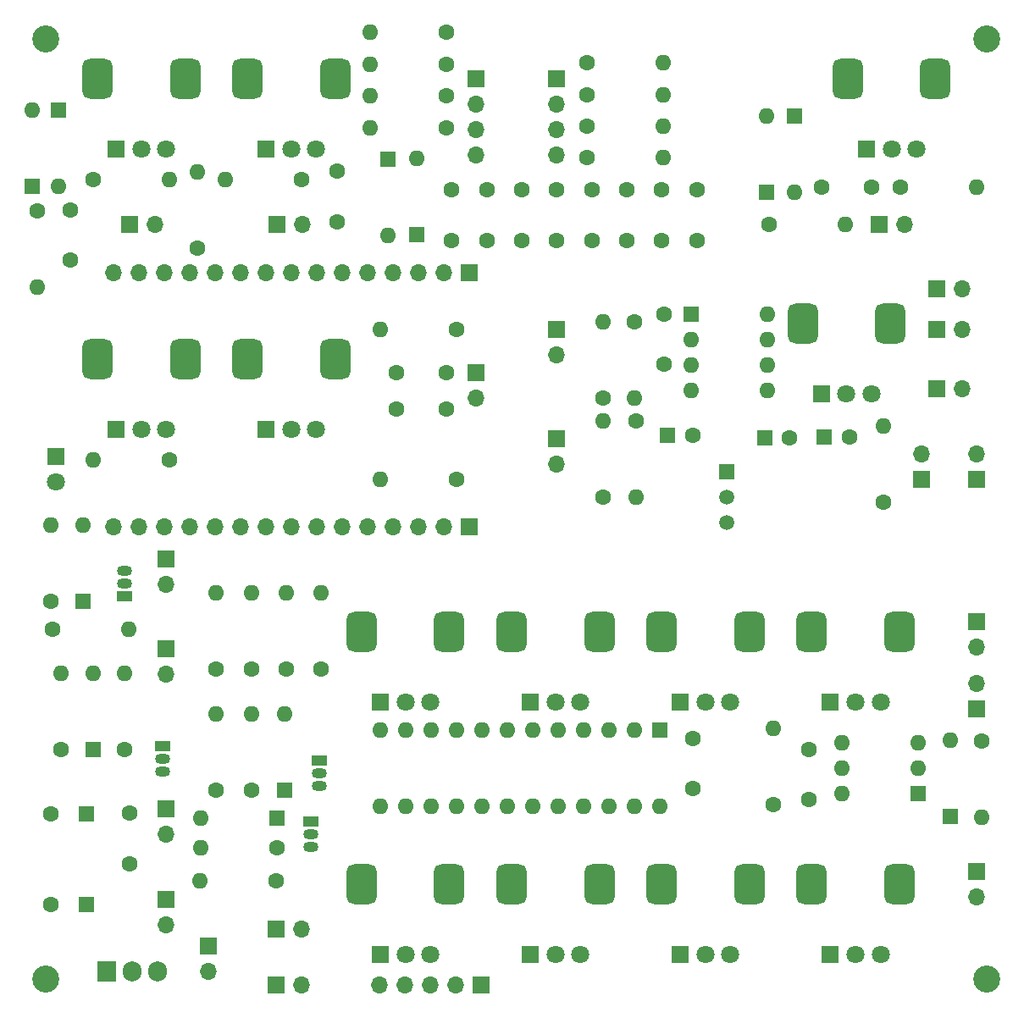
<source format=gbr>
%TF.GenerationSoftware,KiCad,Pcbnew,7.0.9*%
%TF.CreationDate,2024-04-28T18:27:12+01:00*%
%TF.ProjectId,Esp32EduModular,45737033-3245-4647-954d-6f64756c6172,rev?*%
%TF.SameCoordinates,Original*%
%TF.FileFunction,Soldermask,Top*%
%TF.FilePolarity,Negative*%
%FSLAX46Y46*%
G04 Gerber Fmt 4.6, Leading zero omitted, Abs format (unit mm)*
G04 Created by KiCad (PCBNEW 7.0.9) date 2024-04-28 18:27:12*
%MOMM*%
%LPD*%
G01*
G04 APERTURE LIST*
G04 Aperture macros list*
%AMRoundRect*
0 Rectangle with rounded corners*
0 $1 Rounding radius*
0 $2 $3 $4 $5 $6 $7 $8 $9 X,Y pos of 4 corners*
0 Add a 4 corners polygon primitive as box body*
4,1,4,$2,$3,$4,$5,$6,$7,$8,$9,$2,$3,0*
0 Add four circle primitives for the rounded corners*
1,1,$1+$1,$2,$3*
1,1,$1+$1,$4,$5*
1,1,$1+$1,$6,$7*
1,1,$1+$1,$8,$9*
0 Add four rect primitives between the rounded corners*
20,1,$1+$1,$2,$3,$4,$5,0*
20,1,$1+$1,$4,$5,$6,$7,0*
20,1,$1+$1,$6,$7,$8,$9,0*
20,1,$1+$1,$8,$9,$2,$3,0*%
G04 Aperture macros list end*
%ADD10O,1.700000X1.700000*%
%ADD11R,1.700000X1.700000*%
%ADD12C,1.600000*%
%ADD13O,1.600000X1.600000*%
%ADD14R,1.500000X1.050000*%
%ADD15O,1.500000X1.050000*%
%ADD16R,1.800000X1.800000*%
%ADD17C,1.800000*%
%ADD18RoundRect,0.750000X0.750000X-1.250000X0.750000X1.250000X-0.750000X1.250000X-0.750000X-1.250000X0*%
%ADD19R,1.600000X1.600000*%
%ADD20C,2.700000*%
%ADD21R,1.500000X1.500000*%
%ADD22C,1.500000*%
%ADD23R,1.905000X2.000000*%
%ADD24O,1.905000X2.000000*%
G04 APERTURE END LIST*
D10*
%TO.C,J20*%
X104000000Y-84540000D03*
D11*
X104000000Y-82000000D03*
%TD*%
D10*
%TO.C,J19*%
X104000000Y-95540000D03*
D11*
X104000000Y-93000000D03*
%TD*%
%TO.C,J18*%
X146000000Y-136250000D03*
D10*
X146000000Y-138790000D03*
%TD*%
%TO.C,J17*%
X146000000Y-113790000D03*
D11*
X146000000Y-111250000D03*
%TD*%
%TO.C,J13*%
X65000000Y-105000000D03*
D10*
X65000000Y-107540000D03*
%TD*%
%TO.C,J10*%
X78640000Y-71500000D03*
D11*
X76100000Y-71500000D03*
%TD*%
D10*
%TO.C,J7*%
X65000000Y-141540000D03*
D11*
X65000000Y-139000000D03*
%TD*%
D10*
%TO.C,J6*%
X65000000Y-116540000D03*
D11*
X65000000Y-114000000D03*
%TD*%
D10*
%TO.C,J5*%
X138840000Y-71500000D03*
D11*
X136300000Y-71500000D03*
%TD*%
D10*
%TO.C,J4*%
X65000000Y-132540000D03*
D11*
X65000000Y-130000000D03*
%TD*%
D10*
%TO.C,J3*%
X63840000Y-71500000D03*
D11*
X61300000Y-71500000D03*
%TD*%
D12*
%TO.C,R36*%
X136690000Y-99314000D03*
D13*
X136690000Y-91694000D03*
%TD*%
D11*
%TO.C,J8*%
X76000000Y-147600000D03*
D10*
X78540000Y-147600000D03*
%TD*%
D12*
%TO.C,R13*%
X73500000Y-116000000D03*
D13*
X73500000Y-108380000D03*
%TD*%
D12*
%TO.C,C25*%
X97028000Y-68112000D03*
X97028000Y-73112000D03*
%TD*%
D14*
%TO.C,Q1*%
X79475000Y-131200000D03*
D15*
X79475000Y-132470000D03*
X79475000Y-133740000D03*
%TD*%
D12*
%TO.C,R7*%
X125222000Y-71500000D03*
D13*
X132842000Y-71500000D03*
%TD*%
D16*
%TO.C,RV1*%
X86400000Y-144500000D03*
D17*
X88900000Y-144500000D03*
X91400000Y-144500000D03*
D18*
X84500000Y-137500000D03*
X93300000Y-137500000D03*
%TD*%
D11*
%TO.C,J1*%
X140500000Y-97000000D03*
D10*
X140500000Y-94460000D03*
%TD*%
D12*
%TO.C,C26*%
X93528000Y-68112000D03*
X93528000Y-73112000D03*
%TD*%
%TO.C,C19*%
X114800000Y-85520000D03*
X114800000Y-80520000D03*
%TD*%
%TO.C,R19*%
X73500000Y-128110000D03*
D13*
X73500000Y-120490000D03*
%TD*%
D16*
%TO.C,RV14*%
X130510000Y-88470000D03*
D17*
X133010000Y-88470000D03*
X135510000Y-88470000D03*
D18*
X128610000Y-81470000D03*
X137410000Y-81470000D03*
%TD*%
D12*
%TO.C,C20*%
X114528000Y-68112000D03*
X114528000Y-73112000D03*
%TD*%
D19*
%TO.C,D12*%
X124968000Y-68326000D03*
D13*
X124968000Y-60706000D03*
%TD*%
D12*
%TO.C,R17*%
X70000000Y-128110000D03*
D13*
X70000000Y-120490000D03*
%TD*%
D12*
%TO.C,R12*%
X78486000Y-67056000D03*
D13*
X70866000Y-67056000D03*
%TD*%
D12*
%TO.C,R2*%
X52070000Y-70200000D03*
D13*
X52070000Y-77820000D03*
%TD*%
D12*
%TO.C,R37*%
X53442000Y-109220000D03*
D13*
X53442000Y-101600000D03*
%TD*%
D12*
%TO.C,C16*%
X93000000Y-86350000D03*
X88000000Y-86350000D03*
%TD*%
D16*
%TO.C,RV5*%
X86400000Y-119300000D03*
D17*
X88900000Y-119300000D03*
X91400000Y-119300000D03*
D18*
X84500000Y-112300000D03*
X93300000Y-112300000D03*
%TD*%
D12*
%TO.C,R11*%
X80500000Y-116000000D03*
D13*
X80500000Y-108380000D03*
%TD*%
D16*
%TO.C,RV9*%
X60000000Y-92000000D03*
D17*
X62500000Y-92000000D03*
X65000000Y-92000000D03*
D18*
X58100000Y-85000000D03*
X66900000Y-85000000D03*
%TD*%
D19*
%TO.C,D1*%
X143400000Y-130740000D03*
D13*
X143400000Y-123120000D03*
%TD*%
D12*
%TO.C,R23*%
X111980000Y-91200000D03*
D13*
X111980000Y-98820000D03*
%TD*%
D14*
%TO.C,Q2*%
X80300000Y-125110000D03*
D15*
X80300000Y-126380000D03*
X80300000Y-127650000D03*
%TD*%
D12*
%TO.C,R32*%
X107080000Y-61720000D03*
D13*
X114700000Y-61720000D03*
%TD*%
D12*
%TO.C,R1*%
X57658000Y-67056000D03*
D13*
X65278000Y-67056000D03*
%TD*%
D16*
%TO.C,RV6*%
X101400000Y-119300000D03*
D17*
X103900000Y-119300000D03*
X106400000Y-119300000D03*
D18*
X99500000Y-112300000D03*
X108300000Y-112300000D03*
%TD*%
D12*
%TO.C,R31*%
X107100000Y-58550000D03*
D13*
X114720000Y-58550000D03*
%TD*%
D12*
%TO.C,C18*%
X111028000Y-68112000D03*
X111028000Y-73112000D03*
%TD*%
%TO.C,R4*%
X60800000Y-124000000D03*
D13*
X60800000Y-116380000D03*
%TD*%
D12*
%TO.C,R34*%
X94000000Y-82000000D03*
D13*
X86380000Y-82000000D03*
%TD*%
D12*
%TO.C,R3*%
X146500000Y-123150000D03*
D13*
X146500000Y-130770000D03*
%TD*%
D12*
%TO.C,C17*%
X107528000Y-68112000D03*
X107528000Y-73112000D03*
%TD*%
D19*
%TO.C,U4*%
X117490000Y-80500000D03*
D13*
X117490000Y-83040000D03*
X117490000Y-85580000D03*
X117490000Y-88120000D03*
X125110000Y-88120000D03*
X125110000Y-85580000D03*
X125110000Y-83040000D03*
X125110000Y-80500000D03*
%TD*%
D19*
%TO.C,C13*%
X115126888Y-92660000D03*
D12*
X117626888Y-92660000D03*
%TD*%
D20*
%TO.C,MK1*%
X53000000Y-53000000D03*
%TD*%
D12*
%TO.C,R33*%
X107060000Y-64870000D03*
D13*
X114680000Y-64870000D03*
%TD*%
D12*
%TO.C,C22*%
X104028000Y-68112000D03*
X104028000Y-73112000D03*
%TD*%
%TO.C,R25*%
X111800000Y-81290000D03*
D13*
X111800000Y-88910000D03*
%TD*%
D16*
%TO.C,RV10*%
X75000000Y-92000000D03*
D17*
X77500000Y-92000000D03*
X80000000Y-92000000D03*
D18*
X73100000Y-85000000D03*
X81900000Y-85000000D03*
%TD*%
D11*
%TO.C,J21*%
X146000000Y-97000000D03*
D10*
X146000000Y-94460000D03*
%TD*%
D19*
%TO.C,C23*%
X130780000Y-92770000D03*
D12*
X133280000Y-92770000D03*
%TD*%
D11*
%TO.C,J11*%
X146000000Y-120000000D03*
D10*
X146000000Y-117460000D03*
%TD*%
D14*
%TO.C,Q4*%
X64664000Y-123698000D03*
D15*
X64664000Y-124968000D03*
X64664000Y-126238000D03*
%TD*%
D16*
%TO.C,RV11*%
X75000000Y-64000000D03*
D17*
X77500000Y-64000000D03*
X80000000Y-64000000D03*
D18*
X73100000Y-57000000D03*
X81900000Y-57000000D03*
%TD*%
D12*
%TO.C,R20*%
X77000000Y-116000000D03*
D13*
X77000000Y-108380000D03*
%TD*%
D12*
%TO.C,R35*%
X94000000Y-97000000D03*
D13*
X86380000Y-97000000D03*
%TD*%
D19*
%TO.C,D13*%
X87200000Y-65000000D03*
D13*
X87200000Y-72620000D03*
%TD*%
D12*
%TO.C,R21*%
X65290000Y-95090000D03*
D13*
X57670000Y-95090000D03*
%TD*%
D20*
%TO.C,MK4*%
X147000000Y-147000000D03*
%TD*%
D11*
%TO.C,J12*%
X142000000Y-78000000D03*
D10*
X144540000Y-78000000D03*
%TD*%
D12*
%TO.C,R26*%
X93000000Y-52300000D03*
D13*
X85380000Y-52300000D03*
%TD*%
D12*
%TO.C,R9*%
X125720000Y-129510000D03*
D13*
X125720000Y-121890000D03*
%TD*%
D11*
%TO.C,J2*%
X69250000Y-143675000D03*
D10*
X69250000Y-146215000D03*
%TD*%
D11*
%TO.C,J15*%
X142000000Y-82000000D03*
D10*
X144540000Y-82000000D03*
%TD*%
D16*
%TO.C,RV12*%
X135000000Y-64000000D03*
D17*
X137500000Y-64000000D03*
X140000000Y-64000000D03*
D18*
X133100000Y-57000000D03*
X141900000Y-57000000D03*
%TD*%
D12*
%TO.C,R24*%
X108660000Y-88900000D03*
D13*
X108660000Y-81280000D03*
%TD*%
D12*
%TO.C,C21*%
X118028000Y-68112000D03*
X118028000Y-73112000D03*
%TD*%
%TO.C,C5*%
X82042000Y-71250000D03*
X82042000Y-66250000D03*
%TD*%
D11*
%TO.C,J9*%
X76000000Y-142000000D03*
D10*
X78540000Y-142000000D03*
%TD*%
D16*
%TO.C,RV2*%
X101400000Y-144500000D03*
D17*
X103900000Y-144500000D03*
X106400000Y-144500000D03*
D18*
X99500000Y-137500000D03*
X108300000Y-137500000D03*
%TD*%
D12*
%TO.C,C14*%
X93000000Y-90000000D03*
X88000000Y-90000000D03*
%TD*%
%TO.C,C24*%
X100528000Y-68112000D03*
X100528000Y-73112000D03*
%TD*%
%TO.C,R8*%
X76000000Y-137150000D03*
D13*
X68380000Y-137150000D03*
%TD*%
D19*
%TO.C,D5*%
X76800000Y-128110000D03*
D13*
X76800000Y-120490000D03*
%TD*%
D12*
%TO.C,R27*%
X93000000Y-55500000D03*
D13*
X85380000Y-55500000D03*
%TD*%
D19*
%TO.C,D14*%
X90000000Y-72600000D03*
D13*
X90000000Y-64980000D03*
%TD*%
D20*
%TO.C,MK3*%
X53000000Y-147000000D03*
%TD*%
D19*
%TO.C,C10*%
X57000000Y-130500000D03*
D12*
X53500000Y-130500000D03*
%TD*%
D19*
%TO.C,C15*%
X124824888Y-92880000D03*
D12*
X127324888Y-92880000D03*
%TD*%
D21*
%TO.C,Q3*%
X121052000Y-96266000D03*
D22*
X121052000Y-98806000D03*
X121052000Y-101346000D03*
%TD*%
D12*
%TO.C,R15*%
X68072000Y-73914000D03*
D13*
X68072000Y-66294000D03*
%TD*%
D19*
%TO.C,D8*%
X56642000Y-109220000D03*
D13*
X56642000Y-101600000D03*
%TD*%
D16*
%TO.C,RV8*%
X131400000Y-119300000D03*
D17*
X133900000Y-119300000D03*
X136400000Y-119300000D03*
D18*
X129500000Y-112300000D03*
X138300000Y-112300000D03*
%TD*%
D16*
%TO.C,RV4*%
X131400000Y-144500000D03*
D17*
X133900000Y-144500000D03*
X136400000Y-144500000D03*
D18*
X129500000Y-137500000D03*
X138300000Y-137500000D03*
%TD*%
D12*
%TO.C,R5*%
X138380000Y-67800000D03*
D13*
X146000000Y-67800000D03*
%TD*%
D19*
%TO.C,D7*%
X57700000Y-124000000D03*
D13*
X57700000Y-116380000D03*
%TD*%
D12*
%TO.C,R30*%
X107100000Y-55400000D03*
D13*
X114720000Y-55400000D03*
%TD*%
D12*
%TO.C,R29*%
X93000000Y-61900000D03*
D13*
X85380000Y-61900000D03*
%TD*%
D16*
%TO.C,RV7*%
X116400000Y-119300000D03*
D17*
X118900000Y-119300000D03*
X121400000Y-119300000D03*
D18*
X114500000Y-112300000D03*
X123300000Y-112300000D03*
%TD*%
D20*
%TO.C,MK2*%
X147000000Y-53000000D03*
%TD*%
D11*
%TO.C,J25*%
X96000000Y-86350000D03*
D10*
X96000000Y-88890000D03*
%TD*%
D15*
%TO.C,Q5*%
X60812000Y-106172000D03*
X60812000Y-107442000D03*
D14*
X60812000Y-108712000D03*
%TD*%
D16*
%TO.C,D6*%
X54000000Y-94750000D03*
D17*
X54000000Y-97290000D03*
%TD*%
D11*
%TO.C,J23*%
X96500000Y-147600000D03*
D10*
X93960000Y-147600000D03*
X91420000Y-147600000D03*
X88880000Y-147600000D03*
X86340000Y-147600000D03*
%TD*%
D19*
%TO.C,C6*%
X57000000Y-139500000D03*
D12*
X53500000Y-139500000D03*
%TD*%
D16*
%TO.C,RV13*%
X60000000Y-64000000D03*
D17*
X62500000Y-64000000D03*
X65000000Y-64000000D03*
D18*
X58100000Y-57000000D03*
X66900000Y-57000000D03*
%TD*%
D12*
%TO.C,C2*%
X55372000Y-70104000D03*
X55372000Y-75104000D03*
%TD*%
D19*
%TO.C,D10*%
X51625000Y-67740000D03*
D13*
X51625000Y-60120000D03*
%TD*%
D12*
%TO.C,R22*%
X108680000Y-98840000D03*
D13*
X108680000Y-91220000D03*
%TD*%
D19*
%TO.C,D2*%
X76070000Y-130925000D03*
D13*
X68450000Y-130925000D03*
%TD*%
D12*
%TO.C,R38*%
X70000000Y-116000000D03*
D13*
X70000000Y-108380000D03*
%TD*%
D12*
%TO.C,R10*%
X76060000Y-133850000D03*
D13*
X68440000Y-133850000D03*
%TD*%
D12*
%TO.C,C4*%
X135500000Y-67800000D03*
X130500000Y-67800000D03*
%TD*%
D19*
%TO.C,D9*%
X54225000Y-60090000D03*
D13*
X54225000Y-67710000D03*
%TD*%
D12*
%TO.C,C3*%
X129220000Y-124010000D03*
X129220000Y-129010000D03*
%TD*%
%TO.C,C11*%
X61350000Y-135425000D03*
X61350000Y-130425000D03*
%TD*%
D11*
%TO.C,J16*%
X142000000Y-88000000D03*
D10*
X144540000Y-88000000D03*
%TD*%
D11*
%TO.C,J22*%
X96000000Y-57000000D03*
D10*
X96000000Y-59540000D03*
X96000000Y-62080000D03*
X96000000Y-64620000D03*
%TD*%
D19*
%TO.C,U2*%
X140130000Y-128400000D03*
D13*
X140130000Y-125860000D03*
X140130000Y-123320000D03*
X132510000Y-123320000D03*
X132510000Y-125860000D03*
X132510000Y-128400000D03*
%TD*%
D19*
%TO.C,D11*%
X127762000Y-60706000D03*
D13*
X127762000Y-68326000D03*
%TD*%
D16*
%TO.C,RV3*%
X116400000Y-144500000D03*
D17*
X118900000Y-144500000D03*
X121400000Y-144500000D03*
D18*
X114500000Y-137500000D03*
X123300000Y-137500000D03*
%TD*%
D12*
%TO.C,C1*%
X117640000Y-127920000D03*
X117640000Y-122920000D03*
%TD*%
%TO.C,R14*%
X53594000Y-112014000D03*
D13*
X61214000Y-112014000D03*
%TD*%
D12*
%TO.C,R6*%
X54500000Y-124000000D03*
D13*
X54500000Y-116380000D03*
%TD*%
D12*
%TO.C,R28*%
X93000000Y-58700000D03*
D13*
X85380000Y-58700000D03*
%TD*%
D19*
%TO.C,U1*%
X114340000Y-122050000D03*
D13*
X111800000Y-122050000D03*
X109260000Y-122050000D03*
X106720000Y-122050000D03*
X104180000Y-122050000D03*
X101640000Y-122050000D03*
X99100000Y-122050000D03*
X96560000Y-122050000D03*
X94020000Y-122050000D03*
X91480000Y-122050000D03*
X88940000Y-122050000D03*
X86400000Y-122050000D03*
X86400000Y-129670000D03*
X88940000Y-129670000D03*
X91480000Y-129670000D03*
X94020000Y-129670000D03*
X96560000Y-129670000D03*
X99100000Y-129670000D03*
X101640000Y-129670000D03*
X104180000Y-129670000D03*
X106720000Y-129670000D03*
X109260000Y-129670000D03*
X111800000Y-129670000D03*
X114340000Y-129670000D03*
%TD*%
D11*
%TO.C,J24*%
X104000000Y-57000000D03*
D10*
X104000000Y-59540000D03*
X104000000Y-62080000D03*
X104000000Y-64620000D03*
%TD*%
D11*
%TO.C,J26*%
X95280000Y-76360000D03*
D10*
X92740000Y-76360000D03*
X90200000Y-76360000D03*
X87660000Y-76360000D03*
X85120000Y-76360000D03*
X82580000Y-76360000D03*
X80040000Y-76360000D03*
X77500000Y-76360000D03*
X74960000Y-76360000D03*
X72420000Y-76360000D03*
X69880000Y-76360000D03*
X67340000Y-76360000D03*
X64800000Y-76360000D03*
X62260000Y-76360000D03*
X59720000Y-76360000D03*
%TD*%
D23*
%TO.C,U6*%
X59085000Y-146255000D03*
D24*
X61625000Y-146255000D03*
X64165000Y-146255000D03*
%TD*%
D11*
%TO.C,J14*%
X95280000Y-101760000D03*
D10*
X92740000Y-101760000D03*
X90200000Y-101760000D03*
X87660000Y-101760000D03*
X85120000Y-101760000D03*
X82580000Y-101760000D03*
X80040000Y-101760000D03*
X77500000Y-101760000D03*
X74960000Y-101760000D03*
X72420000Y-101760000D03*
X69880000Y-101760000D03*
X67340000Y-101760000D03*
X64800000Y-101760000D03*
X62260000Y-101760000D03*
X59720000Y-101760000D03*
%TD*%
M02*

</source>
